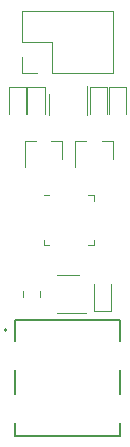
<source format=gbr>
G04 #@! TF.GenerationSoftware,KiCad,Pcbnew,(5.1.0)-1*
G04 #@! TF.CreationDate,2019-07-27T07:21:47+08:00*
G04 #@! TF.ProjectId,Down,446f776e-2e6b-4696-9361-645f70636258,rev?*
G04 #@! TF.SameCoordinates,Original*
G04 #@! TF.FileFunction,Legend,Top*
G04 #@! TF.FilePolarity,Positive*
%FSLAX46Y46*%
G04 Gerber Fmt 4.6, Leading zero omitted, Abs format (unit mm)*
G04 Created by KiCad (PCBNEW (5.1.0)-1) date 2019-07-27 07:21:47*
%MOMM*%
%LPD*%
G04 APERTURE LIST*
%ADD10C,0.120000*%
%ADD11C,0.200000*%
%ADD12C,0.127000*%
G04 APERTURE END LIST*
D10*
X158535000Y-118385000D02*
X158535000Y-116100000D01*
X157065000Y-118385000D02*
X158535000Y-118385000D01*
X157065000Y-116100000D02*
X157065000Y-118385000D01*
D11*
X149700000Y-120000000D02*
G75*
G03X149700000Y-120000000I-100000J0D01*
G01*
D12*
X159330000Y-128960000D02*
X159330000Y-127910000D01*
X150370000Y-128960000D02*
X159330000Y-128960000D01*
X150370000Y-119210000D02*
X159330000Y-119210000D01*
X159330000Y-125410000D02*
X159330000Y-123410000D01*
X150370000Y-127910000D02*
X150370000Y-128960000D01*
X159330000Y-119210000D02*
X159330000Y-120910000D01*
X150370000Y-123410000D02*
X150370000Y-125410000D01*
X150370000Y-119210000D02*
X150370000Y-120910000D01*
D10*
X153310001Y-108615001D02*
X152835001Y-108615001D01*
X157055001Y-112835001D02*
X157055001Y-112360001D01*
X156580001Y-112835001D02*
X157055001Y-112835001D01*
X152835001Y-112835001D02*
X152835001Y-112360001D01*
X153310001Y-112835001D02*
X152835001Y-112835001D01*
X157055001Y-108615001D02*
X157055001Y-109090001D01*
X156580001Y-108615001D02*
X157055001Y-108615001D01*
X156510000Y-101800000D02*
X156510000Y-99350000D01*
X153290000Y-100000000D02*
X153290000Y-101800000D01*
X154000000Y-118610000D02*
X156450000Y-118610000D01*
X155800000Y-115390000D02*
X154000000Y-115390000D01*
X158680000Y-104040000D02*
X158680000Y-105500000D01*
X155520000Y-104040000D02*
X155520000Y-106200000D01*
X155520000Y-104040000D02*
X156450000Y-104040000D01*
X158680000Y-104040000D02*
X157750000Y-104040000D01*
X154380000Y-104040000D02*
X154380000Y-105500000D01*
X151220000Y-104040000D02*
X151220000Y-106200000D01*
X151220000Y-104040000D02*
X152150000Y-104040000D01*
X154380000Y-104040000D02*
X153450000Y-104040000D01*
X150970000Y-98230000D02*
X150970000Y-96900000D01*
X152300000Y-98230000D02*
X150970000Y-98230000D01*
X150970000Y-95630000D02*
X150970000Y-93030000D01*
X153570000Y-95630000D02*
X150970000Y-95630000D01*
X153570000Y-98230000D02*
X153570000Y-95630000D01*
X150970000Y-93030000D02*
X158710000Y-93030000D01*
X153570000Y-98230000D02*
X158710000Y-98230000D01*
X158710000Y-98230000D02*
X158710000Y-93030000D01*
X151090000Y-116741422D02*
X151090000Y-117258578D01*
X152510000Y-116741422D02*
X152510000Y-117258578D01*
X151465000Y-99415000D02*
X151465000Y-101700000D01*
X152935000Y-99415000D02*
X151465000Y-99415000D01*
X152935000Y-101700000D02*
X152935000Y-99415000D01*
X149865000Y-99415000D02*
X149865000Y-101700000D01*
X151335000Y-99415000D02*
X149865000Y-99415000D01*
X151335000Y-101700000D02*
X151335000Y-99415000D01*
X158365000Y-99415000D02*
X158365000Y-101700000D01*
X159835000Y-99415000D02*
X158365000Y-99415000D01*
X159835000Y-101700000D02*
X159835000Y-99415000D01*
X156765000Y-99415000D02*
X156765000Y-101700000D01*
X158235000Y-99415000D02*
X156765000Y-99415000D01*
X158235000Y-101700000D02*
X158235000Y-99415000D01*
M02*

</source>
